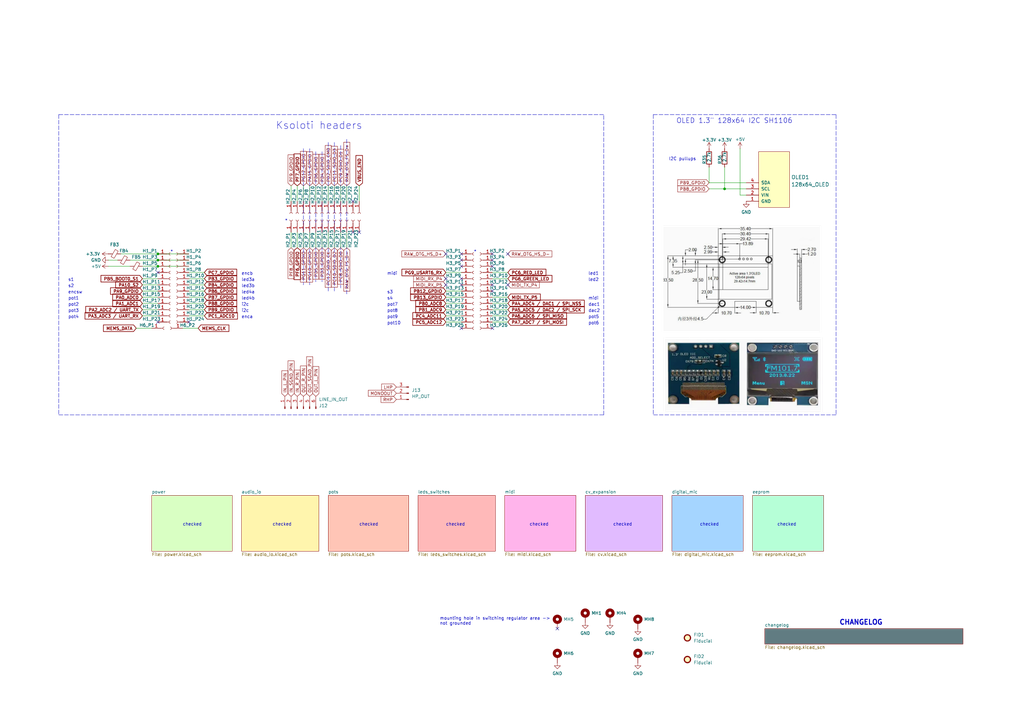
<source format=kicad_sch>
(kicad_sch (version 20250114) (generator "eeschema") (generator_version "9.0")
  (paper "A3")
  (title_block (title "https://github.com/ksoloti/ksoloti-gills") (date "2025-11-19") (rev "v0.6"))
  (text "checked" (at 74.93 215.9 0) (effects (font (size 1.27 1.27)) (justify left bottom)))
  (text "dac2" (at 241.3 128.27 0) (effects (font (size 1.27 1.27)) (justify left bottom)))
  (text "i2c" (at 99.06 128.27 0) (effects (font (size 1.27 1.27)) (justify left bottom)))
  (text "*" (at 69.85 104.14 0) (effects (font (size 1.27 1.27)) (justify left bottom)))
  (text "led2" (at 241.3 115.57 0) (effects (font (size 1.27 1.27)) (justify left bottom)))
  (text "led3a" (at 99.06 115.57 0) (effects (font (size 1.27 1.27)) (justify left bottom)))
  (text "led3b" (at 99.06 118.11 0) (effects (font (size 1.27 1.27)) (justify left bottom)))
  (text "mounting hole in switching regulator area ->\nnot grounded" (at 180.34 256.54 0) (effects (font (size 1.27 1.27)) (justify left bottom)))
  (text "led1" (at 241.3 113.03 0) (effects (font (size 1.27 1.27)) (justify left bottom)))
  (text "encb" (at 99.06 113.03 0) (effects (font (size 1.27 1.27)) (justify left bottom)))
  (text "pot10" (at 158.75 133.35 0) (effects (font (size 1.27 1.27)) (justify left bottom)))
  (text "encsw" (at 27.94 120.65 0) (effects (font (size 1.27 1.27)) (justify left bottom)))
  (text "midi" (at 158.75 113.03 0) (effects (font (size 1.27 1.27)) (justify left bottom)))
  (text "checked" (at 287.02 215.9 0) (effects (font (size 1.27 1.27)) (justify left bottom)))
  (text "pot5" (at 241.3 130.81 0) (effects (font (size 1.27 1.27)) (justify left bottom)))
  (text "pot1" (at 27.94 123.19 0) (effects (font (size 1.27 1.27)) (justify left bottom)))
  (text "OLED 1.3\" 128x64 I2C SH1106" (at 277.368 50.8 0) (effects (font (size 2 2)) (justify left bottom)))
  (text "s1" (at 27.94 115.57 0) (effects (font (size 1.27 1.27)) (justify left bottom)))
  (text "s3" (at 158.75 120.65 0) (effects (font (size 1.27 1.27)) (justify left bottom)))
  (text "pot8" (at 158.75 128.27 0) (effects (font (size 1.27 1.27)) (justify left bottom)))
  (text "*" (at 116.84 91.44 0) (effects (font (size 1.27 1.27)) (justify left bottom)))
  (text "I2C pullups" (at 274.32 66.04 0) (effects (font (size 1.27 1.27)) (justify left bottom)))
  (text "checked" (at 182.88 215.9 0) (effects (font (size 1.27 1.27)) (justify left bottom)))
  (text "s2" (at 27.94 118.11 0) (effects (font (size 1.27 1.27)) (justify left bottom)))
  (text "Ksoloti headers" (at 113.03 53.34 0) (effects (font (size 3 3)) (justify left bottom)))
  (text "pot2" (at 27.94 125.73 0) (effects (font (size 1.27 1.27)) (justify left bottom)))
  (text "checked" (at 217.17 215.9 0) (effects (font (size 1.27 1.27)) (justify left bottom)))
  (text "checked" (at 251.46 215.9 0) (effects (font (size 1.27 1.27)) (justify left bottom)))
  (text "CHANGELOG" (at 344.17 256.54 0) (effects (font (size 2 2) (thickness 0.4) (bold yes)) (justify left bottom)))
  (text "led4b" (at 99.06 123.19 0) (effects (font (size 1.27 1.27)) (justify left bottom)))
  (text "pot7" (at 158.75 125.73 0) (effects (font (size 1.27 1.27)) (justify left bottom)))
  (text "midi" (at 241.3 123.19 0) (effects (font (size 1.27 1.27)) (justify left bottom)))
  (text "i2c" (at 99.06 125.73 0) (effects (font (size 1.27 1.27)) (justify left bottom)))
  (text "led4a" (at 99.06 120.65 0) (effects (font (size 1.27 1.27)) (justify left bottom)))
  (text "checked" (at 147.32 215.9 0) (effects (font (size 1.27 1.27)) (justify left bottom)))
  (text "checked" (at 318.77 215.9 0) (effects (font (size 1.27 1.27)) (justify left bottom)))
  (text "pot6" (at 241.3 133.35 0) (effects (font (size 1.27 1.27)) (justify left bottom)))
  (text "enca" (at 99.06 130.81 0) (effects (font (size 1.27 1.27)) (justify left bottom)))
  (text "pot3" (at 27.94 128.27 0) (effects (font (size 1.27 1.27)) (justify left bottom)))
  (text "pot4" (at 27.94 130.81 0) (effects (font (size 1.27 1.27)) (justify left bottom)))
  (text "s4" (at 158.75 123.19 0) (effects (font (size 1.27 1.27)) (justify left bottom)))
  (text "*" (at 194.31 104.14 0) (effects (font (size 1.27 1.27)) (justify left bottom)))
  (text "pot9" (at 158.75 130.81 0) (effects (font (size 1.27 1.27)) (justify left bottom)))
  (text "checked" (at 111.76 215.9 0) (effects (font (size 1.27 1.27)) (justify left bottom)))
  (text "dac1" (at 241.3 125.73 0) (effects (font (size 1.27 1.27)) (justify left bottom)))
  (junction (at 297.18 77.47))
  (junction (at 64.77 106.68))
  (junction (at 64.77 109.22))
  (junction (at 64.77 104.14))
  (no_connect (at 201.93 104.14))
  (no_connect (at 228.6 257.81))
  (no_connect (at 77.47 132.08))
  (no_connect (at 201.93 119.38))
  (no_connect (at 189.23 104.14))
  (no_connect (at 182.88 104.14))
  (no_connect (at 201.93 134.62))
  (no_connect (at 147.32 95.25))
  (no_connect (at 182.88 116.84))
  (no_connect (at 189.23 134.62))
  (no_connect (at 208.28 116.84))
  (no_connect (at 144.78 82.55))
  (no_connect (at 201.93 109.22))
  (no_connect (at 189.23 116.84))
  (no_connect (at 201.93 116.84))
  (no_connect (at 208.28 104.14))
  (no_connect (at 64.77 111.76))
  (no_connect (at 182.88 114.3))
  (no_connect (at 201.93 106.68))
  (no_connect (at 189.23 106.68))
  (no_connect (at 189.23 109.22))
  (no_connect (at 189.23 114.3))
  (no_connect (at 144.78 95.25))
  (no_connect (at 64.77 132.08))
  (polyline (pts (xy 247.65 170.18) (xy 247.65 46.99)) (stroke (width 0) (type dash)))
  (polyline (pts (xy 137.16 58.42) (xy 137.16 119.38)) (stroke (width 0) (type dash)))
  (wire (pts (xy 55.88 134.62) (xy 62.23 134.62)))
  (wire (pts (xy 208.28 111.76) (xy 201.93 111.76)))
  (wire (pts (xy 121.92 76.2) (xy 121.92 82.55)))
  (wire (pts (xy 182.88 121.92) (xy 189.23 121.92)))
  (wire (pts (xy 127 76.2) (xy 127 82.55)))
  (wire (pts (xy 119.38 101.6) (xy 119.38 95.25)))
  (wire (pts (xy 134.62 76.2) (xy 134.62 82.55)))
  (wire (pts (xy 134.62 101.6) (xy 134.62 95.25)))
  (wire (pts (xy 208.28 114.3) (xy 201.93 114.3)))
  (wire (pts (xy 124.46 101.6) (xy 124.46 95.25)))
  (wire (pts (xy 208.28 129.54) (xy 201.93 129.54)))
  (wire (pts (xy 290.83 68.58) (xy 290.83 74.93)))
  (wire (pts (xy 44.45 109.22) (xy 53.34 109.22)))
  (wire (pts (xy 137.16 101.6) (xy 137.16 95.25)))
  (wire (pts (xy 142.24 95.25) (xy 142.24 101.6)))
  (wire (pts (xy 48.26 106.68) (xy 44.45 106.68)))
  (polyline (pts (xy 142.24 57.15) (xy 142.24 120.65)) (stroke (width 0) (type dash)))
  (wire (pts (xy 58.42 119.38) (xy 64.77 119.38)))
  (wire (pts (xy 132.08 101.6) (xy 132.08 95.25)))
  (wire (pts (xy 139.7 76.2) (xy 139.7 82.55)))
  (polyline (pts (xy 129.54 62.23) (xy 129.54 115.57)) (stroke (width 0) (type dash)))
  (wire (pts (xy 74.93 134.62) (xy 81.28 134.62)))
  (wire (pts (xy 119.38 76.2) (xy 119.38 82.55)))
  (wire (pts (xy 129.54 101.6) (xy 129.54 95.25)))
  (wire (pts (xy 49.53 104.14) (xy 64.77 104.14)))
  (wire (pts (xy 189.23 119.38) (xy 182.88 119.38)))
  (wire (pts (xy 64.77 109.22) (xy 77.47 109.22)))
  (polyline (pts (xy 124.46 60.96) (xy 124.46 116.84)) (stroke (width 0) (type dash)))
  (wire (pts (xy 58.42 121.92) (xy 64.77 121.92)))
  (wire (pts (xy 77.47 111.76) (xy 83.82 111.76)))
  (wire (pts (xy 208.28 127) (xy 201.93 127)))
  (wire (pts (xy 139.7 101.6) (xy 139.7 95.25)))
  (wire (pts (xy 208.28 124.46) (xy 201.93 124.46)))
  (polyline (pts (xy 267.97 46.99) (xy 342.9 46.99)) (stroke (width 0) (type dash)))
  (polyline (pts (xy 132.08 62.23) (xy 132.08 115.57)) (stroke (width 0) (type dash)))
  (wire (pts (xy 129.54 76.2) (xy 129.54 82.55)))
  (wire (pts (xy 208.28 132.08) (xy 201.93 132.08)))
  (wire (pts (xy 182.88 132.08) (xy 189.23 132.08)))
  (wire (pts (xy 182.88 124.46) (xy 189.23 124.46)))
  (wire (pts (xy 77.47 124.46) (xy 83.82 124.46)))
  (polyline (pts (xy 267.97 46.99) (xy 267.97 170.18)) (stroke (width 0) (type dash)))
  (wire (pts (xy 64.77 104.14) (xy 77.47 104.14)))
  (wire (pts (xy 182.88 129.54) (xy 189.23 129.54)))
  (wire (pts (xy 77.47 114.3) (xy 83.82 114.3)))
  (wire (pts (xy 121.92 101.6) (xy 121.92 95.25)))
  (wire (pts (xy 77.47 127) (xy 83.82 127)))
  (wire (pts (xy 58.42 109.22) (xy 64.77 109.22)))
  (wire (pts (xy 77.47 129.54) (xy 83.82 129.54)))
  (wire (pts (xy 137.16 76.2) (xy 137.16 82.55)))
  (wire (pts (xy 303.53 80.01) (xy 306.07 80.01)))
  (wire (pts (xy 142.24 82.55) (xy 142.24 76.2)))
  (wire (pts (xy 58.42 127) (xy 64.77 127)))
  (polyline (pts (xy 24.13 46.99) (xy 247.65 46.99)) (stroke (width 0) (type dash)))
  (polyline (pts (xy 127 60.96) (xy 127 116.84)) (stroke (width 0) (type dash)))
  (wire (pts (xy 303.53 60.96) (xy 303.53 80.01)))
  (wire (pts (xy 53.34 106.68) (xy 64.77 106.68)))
  (wire (pts (xy 297.18 77.47) (xy 306.07 77.47)))
  (wire (pts (xy 64.77 106.68) (xy 77.47 106.68)))
  (wire (pts (xy 58.42 114.3) (xy 64.77 114.3)))
  (wire (pts (xy 297.18 68.58) (xy 297.18 77.47)))
  (wire (pts (xy 58.42 129.54) (xy 64.77 129.54)))
  (wire (pts (xy 127 101.6) (xy 127 95.25)))
  (wire (pts (xy 147.32 76.2) (xy 147.32 82.55)))
  (wire (pts (xy 132.08 76.2) (xy 132.08 82.55)))
  (polyline (pts (xy 24.13 46.99) (xy 24.13 170.18)) (stroke (width 0) (type dash)))
  (polyline (pts (xy 134.62 58.42) (xy 134.62 119.38)) (stroke (width 0) (type dash)))
  (polyline (pts (xy 24.13 170.18) (xy 247.65 170.18)) (stroke (width 0) (type dash)))
  (wire (pts (xy 77.47 121.92) (xy 83.82 121.92)))
  (wire (pts (xy 77.47 116.84) (xy 83.82 116.84)))
  (wire (pts (xy 124.46 76.2) (xy 124.46 82.55)))
  (polyline (pts (xy 342.9 46.99) (xy 342.9 170.18)) (stroke (width 0) (type dash)))
  (wire (pts (xy 58.42 116.84) (xy 64.77 116.84)))
  (polyline (pts (xy 342.9 170.18) (xy 267.97 170.18)) (stroke (width 0) (type dash)))
  (polyline (pts (xy 139.7 59.69) (xy 139.7 118.11)) (stroke (width 0) (type dash)))
  (wire (pts (xy 297.18 77.47) (xy 290.83 77.47)))
  (wire (pts (xy 182.88 127) (xy 189.23 127)))
  (wire (pts (xy 208.28 121.92) (xy 201.93 121.92)))
  (wire (pts (xy 290.83 74.93) (xy 306.07 74.93)))
  (wire (pts (xy 182.88 111.76) (xy 189.23 111.76)))
  (wire (pts (xy 58.42 124.46) (xy 64.77 124.46)))
  (wire (pts (xy 77.47 119.38) (xy 83.82 119.38)))
  (image (at 304.165 114.3) (scale 0.5))
  (image (at 304.8 153.67) (scale 0.5))
  (global_label "MEMS_CLK" (shape input) (at 81.28 134.62 0) (effects (font (thickness 0.254) (bold yes))) (property "Intersheetrefs" "${INTERSHEET_REFS}" (effects (hide yes))))
  (global_label "IN_SGND_PIN" (shape input) (at 119.38 162.56 90) (property "Intersheetrefs" "${INTERSHEET_REFS}" (effects (hide yes))))
  (global_label "PD4_GPDIO" (shape input) (at 132.08 76.2 90) (property "Intersheetrefs" "${INTERSHEET_REFS}" (effects (hide yes))))
  (global_label "PF7_GPDIO" (shape input) (at 121.92 76.2 90) (effects (font (thickness 0.254) (bold yes))) (property "Intersheetrefs" "${INTERSHEET_REFS}" (effects (hide yes))))
  (global_label "RAW_OTG_FS_D-" (shape input) (at 142.24 101.6 270) (property "Intersheetrefs" "${INTERSHEET_REFS}" (effects (hide yes))))
  (global_label "PC12_SDIO_CK" (shape input) (at 134.62 101.6 270) (property "Intersheetrefs" "${INTERSHEET_REFS}" (effects (hide yes))))
  (global_label "MIDI_RX_P4" (shape input) (at 182.88 114.3 180) (property "Intersheetrefs" "${INTERSHEET_REFS}" (effects (hide yes))))
  (global_label "MIDI_TX_P5" (shape input) (at 208.28 121.92 0) (effects (font (thickness 0.254) (bold yes))) (property "Intersheetrefs" "${INTERSHEET_REFS}" (effects (hide yes))))
  (global_label "PB12_GPDIO" (shape input) (at 182.88 119.38 180) (effects (font (thickness 0.254) (bold yes))) (property "Intersheetrefs" "${INTERSHEET_REFS}" (effects (hide yes))))
  (global_label "RAW_OTG_HS_D+" (shape input) (at 182.88 104.14 180) (property "Intersheetrefs" "${INTERSHEET_REFS}" (effects (hide yes))))
  (global_label "MIDI_RX_P5" (shape input) (at 182.88 116.84 180) (property "Intersheetrefs" "${INTERSHEET_REFS}" (effects (hide yes))))
  (global_label "PC11_SDIO_D3" (shape input) (at 137.16 76.2 90) (property "Intersheetrefs" "${INTERSHEET_REFS}" (effects (hide yes))))
  (global_label "VBUS_END" (shape input) (at 147.32 76.2 90) (effects (font (thickness 0.254) (bold yes))) (property "Intersheetrefs" "${INTERSHEET_REFS}" (effects (hide yes))))
  (global_label "PC10_SDIO_D2" (shape input) (at 137.16 101.6 270) (property "Intersheetrefs" "${INTERSHEET_REFS}" (effects (hide yes))))
  (global_label "PA1_ADC1" (shape input) (at 58.42 124.46 180) (effects (font (thickness 0.254) (bold yes))) (property "Intersheetrefs" "${INTERSHEET_REFS}" (effects (hide yes))))
  (global_label "PF8_GPDIO" (shape input) (at 119.38 101.6 270) (property "Intersheetrefs" "${INTERSHEET_REFS}" (effects (hide yes))))
  (global_label "MIDI_TX_P4" (shape input) (at 208.28 116.84 0) (property "Intersheetrefs" "${INTERSHEET_REFS}" (effects (hide yes))))
  (global_label "PB8_GPDIO" (shape input) (at 83.82 124.46 0) (effects (font (thickness 0.254) (bold yes))) (property "Intersheetrefs" "${INTERSHEET_REFS}" (effects (hide yes))))
  (global_label "PB9_GPDIO" (shape input) (at 290.83 74.93 180) (property "Intersheetrefs" "${INTERSHEET_REFS}" (effects (hide yes))))
  (global_label "PC9_SDIO_D1" (shape input) (at 139.7 76.2 90) (property "Intersheetrefs" "${INTERSHEET_REFS}" (effects (hide yes))))
  (global_label "PA4_ADC4 {slash} DAC1 {slash} SPI_NSS" (shape input) (at 208.28 124.46 0) (effects (font (thickness 0.254) (bold yes))) (property "Intersheetrefs" "${INTERSHEET_REFS}" (effects (hide yes))))
  (global_label "PA10_S2" (shape input) (at 58.42 116.84 180) (effects (font (thickness 0.254) (bold yes))) (property "Intersheetrefs" "${INTERSHEET_REFS}" (effects (hide yes))))
  (global_label "PB6_GPDIO" (shape input) (at 83.82 119.38 0) (effects (font (thickness 0.254) (bold yes))) (property "Intersheetrefs" "${INTERSHEET_REFS}" (effects (hide yes))))
  (global_label "OUT_R_PIN" (shape input) (at 124.46 162.56 90) (property "Intersheetrefs" "${INTERSHEET_REFS}" (effects (hide yes))))
  (global_label "PF9_GPDIO" (shape input) (at 119.38 76.2 90) (property "Intersheetrefs" "${INTERSHEET_REFS}" (effects (hide yes))))
  (global_label "PB8_GPDIO" (shape input) (at 290.83 77.47 180) (property "Intersheetrefs" "${INTERSHEET_REFS}" (effects (hide yes))))
  (global_label "PF6_GPDIO" (shape input) (at 121.92 101.6 270) (effects (font (thickness 0.254) (bold yes))) (property "Intersheetrefs" "${INTERSHEET_REFS}" (effects (hide yes))))
  (global_label "PB1_ADC9" (shape input) (at 182.88 127 180) (effects (font (thickness 0.254) (bold yes))) (property "Intersheetrefs" "${INTERSHEET_REFS}" (effects (hide yes))))
  (global_label "PG11_GPDIO" (shape input) (at 124.46 101.6 270) (property "Intersheetrefs" "${INTERSHEET_REFS}" (effects (hide yes))))
  (global_label "PD3_GPDIO" (shape input) (at 132.08 101.6 270) (property "Intersheetrefs" "${INTERSHEET_REFS}" (effects (hide yes))))
  (global_label "PD6_GPDIO" (shape input) (at 129.54 76.2 90) (property "Intersheetrefs" "${INTERSHEET_REFS}" (effects (hide yes))))
  (global_label "RAW_OTG_FS_D+" (shape input) (at 142.24 76.2 90) (property "Intersheetrefs" "${INTERSHEET_REFS}" (effects (hide yes))))
  (global_label "PC5_ADC12" (shape input) (at 182.88 132.08 180) (effects (font (thickness 0.254) (bold yes))) (property "Intersheetrefs" "${INTERSHEET_REFS}" (effects (hide yes))))
  (global_label "PC7_GPDIO" (shape input) (at 83.82 111.76 0) (effects (font (thickness 0.254) (bold yes))) (property "Intersheetrefs" "${INTERSHEET_REFS}" (effects (hide yes))))
  (global_label "PG6_GREEN_LED" (shape input) (at 208.28 114.3 0) (effects (font (thickness 0.254) (bold yes))) (property "Intersheetrefs" "${INTERSHEET_REFS}" (effects (hide yes))))
  (global_label "PA0_ADC0" (shape input) (at 58.42 121.92 180) (effects (font (thickness 0.254) (bold yes))) (property "Intersheetrefs" "${INTERSHEET_REFS}" (effects (hide yes))))
  (global_label "OUT_SGND_PIN" (shape input) (at 127 162.56 90) (property "Intersheetrefs" "${INTERSHEET_REFS}" (effects (hide yes))))
  (global_label "PC8_SDIO_D0" (shape input) (at 139.7 101.6 270) (property "Intersheetrefs" "${INTERSHEET_REFS}" (effects (hide yes))))
  (global_label "RHP" (shape input) (at 162.56 163.83 180) (property "Intersheetrefs" "${INTERSHEET_REFS}" (effects (hide yes))))
  (global_label "PD5_GPDIO" (shape input) (at 129.54 101.6 270) (property "Intersheetrefs" "${INTERSHEET_REFS}" (effects (hide yes))))
  (global_label "PD2_SDIO_CMD" (shape input) (at 134.62 76.2 90) (property "Intersheetrefs" "${INTERSHEET_REFS}" (effects (hide yes))))
  (global_label "RAW_OTG_HS_D-" (shape input) (at 208.28 104.14 0) (property "Intersheetrefs" "${INTERSHEET_REFS}" (effects (hide yes))))
  (global_label "PG9_USART6_RX" (shape input) (at 182.88 111.76 180) (effects (font (thickness 0.254) (bold yes))) (property "Intersheetrefs" "${INTERSHEET_REFS}" (effects (hide yes))))
  (global_label "MONOOUT" (shape input) (at 162.56 161.29 180) (property "Intersheetrefs" "${INTERSHEET_REFS}" (effects (hide yes))))
  (global_label "PA3_ADC3 {slash} UART_RX" (shape input) (at 58.42 129.54 180) (effects (font (thickness 0.254) (bold yes))) (property "Intersheetrefs" "${INTERSHEET_REFS}" (effects (hide yes))))
  (global_label "LHP" (shape input) (at 162.56 158.75 180) (property "Intersheetrefs" "${INTERSHEET_REFS}" (effects (hide yes))))
  (global_label "PA2_ADC2 {slash} UART_TX" (shape input) (at 58.42 127 180) (effects (font (thickness 0.254) (bold yes))) (property "Intersheetrefs" "${INTERSHEET_REFS}" (effects (hide yes))))
  (global_label "PC1_ADC10" (shape input) (at 83.82 129.54 0) (effects (font (thickness 0.254) (bold yes))) (property "Intersheetrefs" "${INTERSHEET_REFS}" (effects (hide yes))))
  (global_label "PB3_GPDIO" (shape input) (at 83.82 114.3 0) (effects (font (thickness 0.254) (bold yes))) (property "Intersheetrefs" "${INTERSHEET_REFS}" (effects (hide yes))))
  (global_label "IN_L_PIN" (shape input) (at 116.84 162.56 90) (property "Intersheetrefs" "${INTERSHEET_REFS}" (effects (hide yes))))
  (global_label "PB9_GPDIO" (shape input) (at 83.82 127 0) (effects (font (thickness 0.254) (bold yes))) (property "Intersheetrefs" "${INTERSHEET_REFS}" (effects (hide yes))))
  (global_label "OUT_L_PIN" (shape input) (at 129.54 162.56 90) (property "Intersheetrefs" "${INTERSHEET_REFS}" (effects (hide yes))))
  (global_label "PB13_GPDIO" (shape input) (at 182.88 121.92 180) (effects (font (thickness 0.254) (bold yes))) (property "Intersheetrefs" "${INTERSHEET_REFS}" (effects (hide yes))))
  (global_label "PB4_GPDIO" (shape input) (at 83.82 116.84 0) (effects (font (thickness 0.254) (bold yes))) (property "Intersheetrefs" "${INTERSHEET_REFS}" (effects (hide yes))))
  (global_label "PA5_ADC5 {slash} DAC2 {slash} SPI_SCK" (shape input) (at 208.28 127 0) (effects (font (thickness 0.254) (bold yes))) (property "Intersheetrefs" "${INTERSHEET_REFS}" (effects (hide yes))))
  (global_label "PB0_ADC8" (shape input) (at 182.88 124.46 180) (effects (font (thickness 0.254) (bold yes))) (property "Intersheetrefs" "${INTERSHEET_REFS}" (effects (hide yes))))
  (global_label "MEMS_DATA" (shape input) (at 55.88 134.62 180) (effects (font (thickness 0.254) (bold yes))) (property "Intersheetrefs" "${INTERSHEET_REFS}" (effects (hide yes))))
  (global_label "PC6_RED_LED" (shape input) (at 208.28 111.76 0) (effects (font (thickness 0.254) (bold yes))) (property "Intersheetrefs" "${INTERSHEET_REFS}" (effects (hide yes))))
  (global_label "PA7_ADC7 {slash} SPI_MOSI" (shape input) (at 208.28 132.08 0) (effects (font (thickness 0.254) (bold yes))) (property "Intersheetrefs" "${INTERSHEET_REFS}" (effects (hide yes))))
  (global_label "PB5_BOOT0_S1" (shape input) (at 58.42 114.3 180) (effects (font (thickness 0.254) (bold yes))) (property "Intersheetrefs" "${INTERSHEET_REFS}" (effects (hide yes))))
  (global_label "IN_R_PIN" (shape input) (at 121.92 162.56 90) (property "Intersheetrefs" "${INTERSHEET_REFS}" (effects (hide yes))))
  (global_label "PG10_GPDIO" (shape input) (at 127 101.6 270) (property "Intersheetrefs" "${INTERSHEET_REFS}" (effects (hide yes))))
  (global_label "PB7_GPDIO" (shape input) (at 83.82 121.92 0) (effects (font (thickness 0.254) (bold yes))) (property "Intersheetrefs" "${INTERSHEET_REFS}" (effects (hide yes))))
  (global_label "PG12_GPDIO" (shape input) (at 124.46 76.2 90) (property "Intersheetrefs" "${INTERSHEET_REFS}" (effects (hide yes))))
  (global_label "PC4_ADC11" (shape input) (at 182.88 129.54 180) (effects (font (thickness 0.254) (bold yes))) (property "Intersheetrefs" "${INTERSHEET_REFS}" (effects (hide yes))))
  (global_label "PA15_GPDIO" (shape input) (at 127 76.2 90) (property "Intersheetrefs" "${INTERSHEET_REFS}" (effects (hide yes))))
  (global_label "PA9_GPDIO" (shape input) (at 58.42 119.38 180) (effects (font (thickness 0.254) (bold yes))) (property "Intersheetrefs" "${INTERSHEET_REFS}" (effects (hide yes))))
  (global_label "PA6_ADC6 {slash} SPI_MISO" (shape input) (at 208.28 129.54 0) (effects (font (thickness 0.254) (bold yes))) (property "Intersheetrefs" "${INTERSHEET_REFS}" (effects (hide yes))))
  (symbol (lib_id "Mechanical:MountingHole_Pad") (at 228.6 255.27 0) (unit 1)
    (property "Reference" "MH5" (at 231.14 253.9999 0) (effects (justify left)))
    (property "Value" "MountingHole" (effects (hide yes)))
    (property "Footprint" "Library:MountingHole_3.2mm_M3_Pad_Via_tight" (effects (hide yes)))
    (property "Description" "Mounting Hole with connection" (effects (hide yes)))
  )
  (symbol (lib_id "power:+3.3V") (at 290.83 60.96 0) (unit 1)
    (property "Reference" "#PWR05" (effects (hide yes)))
    (property "Value" "+3.3V" (at 290.83 57.3842 0))
    (property "Description" "Power symbol creates a global label with name \"+3.3V\"" (effects (hide yes)))
  )
  (symbol (lib_id "Connector:Conn_01x01_Socket") (at 69.85 119.38 0) (unit 1)
    (property "Reference" "H1_P13" (at 58.42 118.11 0) (effects (justify left)))
    (property "Value" "Conn_01x01_Female" (effects (hide yes)))
    (property "Footprint" "Library:PinSocket_1x01_P2.54mm_Vertical_smcrt_round" (effects (hide yes)))
    (property "Description" "Generic connector, single row, 01x01, script generated" (effects (hide yes)))
  )
  (symbol (lib_id "power:GND") (at 240.03 255.27 0) (unit 1)
    (property "Reference" "#PWR01" (effects (hide yes)))
    (property "Value" "GND" (at 240.03 259.7134 0))
    (property "Description" "Power symbol creates a global label with name \"GND\" , ground" (effects (hide yes)))
  )
  (symbol (lib_id "Connector:Conn_01x01_Socket") (at 194.31 134.62 0) (unit 1) (in_bom no) (on_board no)
    (property "Reference" "H3_P25" (at 182.88 133.35 0) (effects (justify left)))
    (property "Value" "Conn_01x01_Female" (effects (hide yes)))
    (property "Footprint" "Library:PinHeader_1x01_P2.54mm_Vertical_smcrt_round" (effects (hide yes)))
    (property "Description" "Generic connector, single row, 01x01, script generated" (effects (hide yes)))
  )
  (symbol (lib_id "Connector:Conn_01x01_Socket") (at 194.31 129.54 0) (unit 1)
    (property "Reference" "H3_P21" (at 182.88 128.27 0) (effects (justify left)))
    (property "Value" "Conn_01x01_Female" (effects (hide yes)))
    (property "Footprint" "Library:PinSocket_1x01_P2.54mm_Vertical_smcrt_round" (effects (hide yes)))
    (property "Description" "Generic connector, single row, 01x01, script generated" (effects (hide yes)))
  )
  (symbol (lib_id "Connector:Conn_01x06_Pin") (at 121.92 167.64 90) (unit 1)
    (property "Reference" "J12" (at 130.81 166.37 90) (effects (justify right)))
    (property "Value" "LINE_IN_OUT" (at 130.81 163.83 90) (effects (justify right)))
    (property "Footprint" "Connector_PinSocket_2.54mm:PinSocket_1x06_P2.54mm_Vertical" (effects (hide yes)))
    (property "Description" "Generic connector, single row, 01x06, script generated" (effects (hide yes)))
  )
  (symbol (lib_id "Connector:Conn_01x01_Socket") (at 72.39 129.54 0) (mirror y) (unit 1)
    (property "Reference" "H1_P22" (at 83.82 128.27 0) (effects (justify left)))
    (property "Value" "Conn_01x01_Female" (effects (hide yes)))
    (property "Footprint" "Library:PinSocket_1x01_P2.54mm_Vertical_smcrt_round" (effects (hide yes)))
    (property "Description" "Generic connector, single row, 01x01, script generated" (effects (hide yes)))
  )
  (symbol (lib_id "Connector:Conn_01x01_Socket") (at 139.7 87.63 270) (unit 1) (in_bom no) (on_board no)
    (property "Reference" "H2_P18" (at 138.43 76.2 0) (effects (justify left)))
    (property "Value" "Conn_01x01_Female" (effects (hide yes)))
    (property "Footprint" "Library:PinHeader_1x01_P2.54mm_Vertical_smcrt_round" (effects (hide yes)))
    (property "Description" "Generic connector, single row, 01x01, script generated" (effects (hide yes)))
  )
  (symbol (lib_id "Connector:Conn_01x01_Socket") (at 129.54 90.17 90) (unit 1) (in_bom no) (on_board no)
    (property "Reference" "H2_P9" (at 128.27 101.6 0) (effects (justify left)))
    (property "Value" "Conn_01x01_Female" (effects (hide yes)))
    (property "Footprint" "Library:PinHeader_1x01_P2.54mm_Vertical_smcrt_round" (effects (hide yes)))
    (property "Description" "Generic connector, single row, 01x01, script generated" (effects (hide yes)))
  )
  (symbol (lib_id "Connector:Conn_01x01_Socket") (at 194.31 119.38 0) (unit 1)
    (property "Reference" "H3_P13" (at 182.88 118.11 0) (effects (justify left)))
    (property "Value" "Conn_01x01_Female" (effects (hide yes)))
    (property "Footprint" "Library:PinSocket_1x01_P2.54mm_Vertical_smcrt_round" (effects (hide yes)))
    (property "Description" "Generic connector, single row, 01x01, script generated" (effects (hide yes)))
  )
  (symbol (lib_id "power:GND") (at 261.62 257.81 0) (unit 1)
    (property "Reference" "#PWR0106" (effects (hide yes)))
    (property "Value" "GND" (at 261.62 262.2534 0))
    (property "Description" "Power symbol creates a global label with name \"GND\" , ground" (effects (hide yes)))
  )
  (symbol (lib_id "Connector:Conn_01x01_Socket") (at 69.85 104.14 0) (unit 1)
    (property "Reference" "H1_P1" (at 58.42 102.87 0) (effects (justify left)))
    (property "Value" "Conn_01x01_Female" (effects (hide yes)))
    (property "Footprint" "Library:PinSocket_1x01_P2.54mm_Vertical_smcrt_sqr" (effects (hide yes)))
    (property "Description" "Generic connector, single row, 01x01, script generated" (effects (hide yes)))
  )
  (symbol (lib_id "power:GND") (at 250.19 255.27 0) (unit 1)
    (property "Reference" "#PWR046" (effects (hide yes)))
    (property "Value" "GND" (at 250.19 259.7134 0))
    (property "Description" "Power symbol creates a global label with name \"GND\" , ground" (effects (hide yes)))
  )
  (symbol (lib_id "Connector:Conn_01x01_Socket") (at 196.85 127 0) (mirror y) (unit 1)
    (property "Reference" "H3_P20" (at 208.28 125.73 0) (effects (justify left)))
    (property "Value" "Conn_01x01_Female" (effects (hide yes)))
    (property "Footprint" "Library:PinSocket_1x01_P2.54mm_Vertical_smcrt_round" (effects (hide yes)))
    (property "Description" "Generic connector, single row, 01x01, script generated" (effects (hide yes)))
  )
  (symbol (lib_id "Connector:Conn_01x01_Socket") (at 147.32 87.63 270) (unit 1)
    (property "Reference" "H2_P24" (at 146.05 76.2 0) (effects (justify left)))
    (property "Value" "Conn_01x01_Female" (effects (hide yes)))
    (property "Footprint" "Library:PinSocket_1x01_P2.54mm_Vertical_smcrt_round" (effects (hide yes)))
    (property "Description" "Generic connector, single row, 01x01, script generated" (effects (hide yes)))
  )
  (symbol (lib_id "Connector:Conn_01x01_Socket") (at 121.92 90.17 90) (unit 1)
    (property "Reference" "H2_P3" (at 120.65 101.6 0) (effects (justify left)))
    (property "Value" "Conn_01x01_Female" (effects (hide yes)))
    (property "Footprint" "Library:PinSocket_1x01_P2.54mm_Vertical_smcrt_round" (effects (hide yes)))
    (property "Description" "Generic connector, single row, 01x01, script generated" (effects (hide yes)))
  )
  (symbol (lib_id "Connector:Conn_01x01_Socket") (at 132.08 90.17 90) (unit 1) (in_bom no) (on_board no)
    (property "Reference" "H2_P11" (at 130.81 101.6 0) (effects (justify left)))
    (property "Value" "Conn_01x01_Female" (effects (hide yes)))
    (property "Footprint" "Library:PinHeader_1x01_P2.54mm_Vertical_smcrt_round" (effects (hide yes)))
    (property "Description" "Generic connector, single row, 01x01, script generated" (effects (hide yes)))
  )
  (symbol (lib_id "Device:R") (at 297.18 64.77 180) (unit 1)
    (property "Reference" "R36" (at 295.275 63.5 90) (effects (justify left)))
    (property "Value" "2.7k" (at 297.18 62.23 90) (effects (justify left)))
    (property "Footprint" "Resistor_SMD:R_0603_1608Metric" (effects (hide yes)))
    (property "Description" "Resistor" (effects (hide yes)))
  )
  (symbol (lib_id "Connector:Conn_01x01_Socket") (at 127 90.17 90) (unit 1) (in_bom no) (on_board no)
    (property "Reference" "H2_P7" (at 125.73 101.6 0) (effects (justify left)))
    (property "Value" "Conn_01x01_Female" (effects (hide yes)))
    (property "Footprint" "Library:PinHeader_1x01_P2.54mm_Vertical_smcrt_round" (effects (hide yes)))
    (property "Description" "Generic connector, single row, 01x01, script generated" (effects (hide yes)))
  )
  (symbol (lib_id "Connector:Conn_01x01_Socket") (at 121.92 87.63 270) (unit 1)
    (property "Reference" "H2_P4" (at 120.65 77.47 0) (effects (justify left)))
    (property "Value" "Conn_01x01_Female" (effects (hide yes)))
    (property "Footprint" "Library:PinSocket_1x01_P2.54mm_Vertical_smcrt_round" (effects (hide yes)))
    (property "Description" "Generic connector, single row, 01x01, script generated" (effects (hide yes)))
  )
  (symbol (lib_id "Connector:Conn_01x01_Socket") (at 119.38 87.63 270) (unit 1)
    (property "Reference" "H2_P2" (at 118.11 77.47 0) (effects (justify left)))
    (property "Value" "Conn_01x01_Female" (effects (hide yes)))
    (property "Footprint" "Library:PinSocket_1x01_P2.54mm_Vertical_smcrt_round" (effects (hide yes)))
    (property "Description" "Generic connector, single row, 01x01, script generated" (effects (hide yes)))
  )
  (symbol (lib_id "Connector:Conn_01x01_Socket") (at 129.54 87.63 270) (unit 1) (in_bom no) (on_board no)
    (property "Reference" "H2_P10" (at 128.27 76.2 0) (effects (justify left)))
    (property "Value" "Conn_01x01_Female" (effects (hide yes)))
    (property "Footprint" "Library:PinHeader_1x01_P2.54mm_Vertical_smcrt_round" (effects (hide yes)))
    (property "Description" "Generic connector, single row, 01x01, script generated" (effects (hide yes)))
  )
  (symbol (lib_id "Connector:Conn_01x01_Socket") (at 196.85 116.84 0) (mirror y) (unit 1)
    (property "Reference" "H3_P12" (at 208.28 115.57 0) (effects (justify left)))
    (property "Value" "Conn_01x01_Female" (effects (hide yes)))
    (property "Footprint" "Library:PinSocket_1x01_P2.54mm_Vertical_smcrt_round" (effects (hide yes)))
    (property "Description" "Generic connector, single row, 01x01, script generated" (effects (hide yes)))
  )
  (symbol (lib_id "Connector:Conn_01x01_Socket") (at 137.16 87.63 270) (unit 1) (in_bom no) (on_board no)
    (property "Reference" "H2_P16" (at 135.89 76.2 0) (effects (justify left)))
    (property "Value" "Conn_01x01_Female" (effects (hide yes)))
    (property "Footprint" "Library:PinHeader_1x01_P2.54mm_Vertical_smcrt_round" (effects (hide yes)))
    (property "Description" "Generic connector, single row, 01x01, script generated" (effects (hide yes)))
  )
  (symbol (lib_id "Connector:Conn_01x01_Socket") (at 69.85 116.84 0) (unit 1)
    (property "Reference" "H1_P11" (at 58.42 115.57 0) (effects (justify left)))
    (property "Value" "Conn_01x01_Female" (effects (hide yes)))
    (property "Footprint" "Library:PinSocket_1x01_P2.54mm_Vertical_smcrt_round" (effects (hide yes)))
    (property "Description" "Generic connector, single row, 01x01, script generated" (effects (hide yes)))
  )
  (symbol (lib_id "Connector:Conn_01x01_Socket") (at 194.31 121.92 0) (unit 1)
    (property "Reference" "H3_P15" (at 182.88 120.65 0) (effects (justify left)))
    (property "Value" "Conn_01x01_Female" (effects (hide yes)))
    (property "Footprint" "Library:PinSocket_1x01_P2.54mm_Vertical_smcrt_round" (effects (hide yes)))
    (property "Description" "Generic connector, single row, 01x01, script generated" (effects (hide yes)))
  )
  (symbol (lib_id "Connector:Conn_01x01_Socket") (at 196.85 129.54 0) (mirror y) (unit 1)
    (property "Reference" "H3_P22" (at 208.28 128.27 0) (effects (justify left)))
    (property "Value" "Conn_01x01_Female" (effects (hide yes)))
    (property "Footprint" "Library:PinSocket_1x01_P2.54mm_Vertical_smcrt_round" (effects (hide yes)))
    (property "Description" "Generic connector, single row, 01x01, script generated" (effects (hide yes)))
  )
  (symbol (lib_id "Connector:Conn_01x01_Socket") (at 194.31 109.22 0) (unit 1)
    (property "Reference" "H3_P5" (at 182.88 107.95 0) (effects (justify left)))
    (property "Value" "Conn_01x01_Female" (effects (hide yes)))
    (property "Footprint" "Library:PinSocket_1x01_P2.54mm_Vertical_smcrt_round" (effects (hide yes)))
    (property "Description" "Generic connector, single row, 01x01, script generated" (effects (hide yes)))
  )
  (symbol (lib_id "New_Library:display_i2c_oled") (at 306.07 82.55 0) (unit 1)
    (property "Reference" "OLED1" (at 324.485 72.6838 0) (effects (font (size 1.524 1.524)) (justify left)))
    (property "Value" "128x64_OLED" (at 324.485 75.6772 0) (effects (font (size 1.524 1.524)) (justify left)))
    (property "Footprint" "Library:128x64OLED_1_3in" (effects (hide yes)))
    (property "LCSC" "-" (effects (hide yes)))
  )
  (symbol (lib_id "Connector:Conn_01x01_Socket") (at 142.24 90.17 90) (unit 1) (in_bom no) (on_board no)
    (property "Reference" "H2_P19" (at 140.97 101.6 0) (effects (justify left)))
    (property "Value" "Conn_01x01_Female" (effects (hide yes)))
    (property "Footprint" "Library:PinHeader_1x01_P2.54mm_Vertical_smcrt_round" (effects (hide yes)))
    (property "Description" "Generic connector, single row, 01x01, script generated" (effects (hide yes)))
  )
  (symbol (lib_id "Connector:Conn_01x01_Socket") (at 196.85 104.14 0) (mirror y) (unit 1)
    (property "Reference" "H3_P2" (at 207.01 102.87 0) (effects (justify left)))
    (property "Value" "Conn_01x01_Female" (effects (hide yes)))
    (property "Footprint" "Library:PinSocket_1x01_P2.54mm_Vertical_smcrt_round" (effects (hide yes)))
    (property "Description" "Generic connector, single row, 01x01, script generated" (effects (hide yes)))
  )
  (symbol (lib_id "Connector:Conn_01x01_Socket") (at 69.85 121.92 0) (unit 1)
    (property "Reference" "H1_P15" (at 58.42 120.65 0) (effects (justify left)))
    (property "Value" "Conn_01x01_Female" (effects (hide yes)))
    (property "Footprint" "Library:PinSocket_1x01_P2.54mm_Vertical_smcrt_round" (effects (hide yes)))
    (property "Description" "Generic connector, single row, 01x01, script generated" (effects (hide yes)))
  )
  (symbol (lib_id "Connector:Conn_01x01_Socket") (at 194.31 132.08 0) (unit 1)
    (property "Reference" "H3_P23" (at 182.88 130.81 0) (effects (justify left)))
    (property "Value" "Conn_01x01_Female" (effects (hide yes)))
    (property "Footprint" "Library:PinSocket_1x01_P2.54mm_Vertical_smcrt_round" (effects (hide yes)))
    (property "Description" "Generic connector, single row, 01x01, script generated" (effects (hide yes)))
  )
  (symbol (lib_id "power:+5V") (at 44.45 109.22 90) (unit 1)
    (property "Reference" "#PWR019" (effects (hide yes)))
    (property "Value" "+5V" (at 39.37 109.22 90))
    (property "Description" "Power symbol creates a global label with name \"+5V\"" (effects (hide yes)))
  )
  (symbol (lib_id "Connector:Conn_01x01_Socket") (at 139.7 90.17 90) (unit 1) (in_bom no) (on_board no)
    (property "Reference" "H2_P17" (at 138.43 101.6 0) (effects (justify left)))
    (property "Value" "Conn_01x01_Female" (effects (hide yes)))
    (property "Footprint" "Library:PinHeader_1x01_P2.54mm_Vertical_smcrt_round" (effects (hide yes)))
    (property "Description" "Generic connector, single row, 01x01, script generated" (effects (hide yes)))
  )
  (symbol (lib_id "Connector:Conn_01x01_Socket") (at 196.85 106.68 0) (mirror y) (unit 1)
    (property "Reference" "H3_P4" (at 207.01 105.41 0) (effects (justify left)))
    (property "Value" "Conn_01x01_Female" (effects (hide yes)))
    (property "Footprint" "Library:PinSocket_1x01_P2.54mm_Vertical_smcrt_round" (effects (hide yes)))
    (property "Description" "Generic connector, single row, 01x01, script generated" (effects (hide yes)))
  )
  (symbol (lib_id "power:+5V") (at 303.53 60.96 0) (unit 1)
    (property "Reference" "#PWR011" (effects (hide yes)))
    (property "Value" "+5V" (at 303.53 57.15 0))
    (property "Description" "Power symbol creates a global label with name \"+5V\"" (effects (hide yes)))
  )
  (symbol (lib_id "Connector:Conn_01x01_Socket") (at 72.39 116.84 0) (mirror y) (unit 1)
    (property "Reference" "H1_P12" (at 83.82 115.57 0) (effects (justify left)))
    (property "Value" "Conn_01x01_Female" (effects (hide yes)))
    (property "Footprint" "Library:PinSocket_1x01_P2.54mm_Vertical_smcrt_round" (effects (hide yes)))
    (property "Description" "Generic connector, single row, 01x01, script generated" (effects (hide yes)))
  )
  (symbol (lib_id "Connector:Conn_01x01_Socket") (at 127 87.63 270) (unit 1) (in_bom no) (on_board no)
    (property "Reference" "H2_P8" (at 125.73 77.47 0) (effects (justify left)))
    (property "Value" "Conn_01x01_Female" (effects (hide yes)))
    (property "Footprint" "Library:PinHeader_1x01_P2.54mm_Vertical_smcrt_round" (effects (hide yes)))
    (property "Description" "Generic connector, single row, 01x01, script generated" (effects (hide yes)))
  )
  (symbol (lib_id "Connector:Conn_01x01_Socket") (at 196.85 111.76 0) (mirror y) (unit 1)
    (property "Reference" "H3_P8" (at 207.01 110.49 0) (effects (justify left)))
    (property "Value" "Conn_01x01_Female" (effects (hide yes)))
    (property "Footprint" "Library:PinSocket_1x01_P2.54mm_Vertical_smcrt_round" (effects (hide yes)))
    (property "Description" "Generic connector, single row, 01x01, script generated" (effects (hide yes)))
  )
  (symbol (lib_id "Connector:Conn_01x01_Socket") (at 69.85 132.08 0) (unit 1)
    (property "Reference" "H1_P23" (at 58.42 130.81 0) (effects (justify left)))
    (property "Value" "Conn_01x01_Female" (effects (hide yes)))
    (property "Footprint" "Library:PinSocket_1x01_P2.54mm_Vertical_smcrt_round" (effects (hide yes)))
    (property "Description" "Generic connector, single row, 01x01, script generated" (effects (hide yes)))
  )
  (symbol (lib_id "Connector:Conn_01x01_Socket") (at 137.16 90.17 90) (unit 1) (in_bom no) (on_board no)
    (property "Reference" "H2_P15" (at 135.89 101.6 0) (effects (justify left)))
    (property "Value" "Conn_01x01_Female" (effects (hide yes)))
    (property "Footprint" "Library:PinHeader_1x01_P2.54mm_Vertical_smcrt_round" (effects (hide yes)))
    (property "Description" "Generic connector, single row, 01x01, script generated" (effects (hide yes)))
  )
  (symbol (lib_id "Mechanical:Fiducial") (at 281.94 261.62 0) (unit 1) (in_bom no)
    (property "Reference" "FID1" (at 284.48 260.3499 0) (effects (justify left)))
    (property "Value" "Fiducial" (at 284.48 262.8899 0) (effects (justify left)))
    (property "Footprint" "Library:jlc_tooling_hole" (effects (hide yes)))
    (property "Description" "Fiducial Marker" (effects (hide yes)))
  )
  (symbol (lib_id "Device:R") (at 290.83 64.77 180) (unit 1)
    (property "Reference" "R35" (at 288.925 63.5 90) (effects (justify left)))
    (property "Value" "2.7k" (at 290.83 62.23 90) (effects (justify left)))
    (property "Footprint" "Resistor_SMD:R_0603_1608Metric" (effects (hide yes)))
    (property "Description" "Resistor" (effects (hide yes)))
  )
  (symbol (lib_id "Connector:Conn_01x01_Socket") (at 119.38 90.17 90) (unit 1)
    (property "Reference" "H2_P1" (at 118.11 101.6 0) (effects (justify left)))
    (property "Value" "Conn_01x01_Female" (effects (hide yes)))
    (property "Footprint" "Library:PinSocket_1x01_P2.54mm_Vertical_smcrt_sqr" (effects (hide yes)))
    (property "Description" "Generic connector, single row, 01x01, script generated" (effects (hide yes)))
  )
  (symbol (lib_id "Connector:Conn_01x01_Socket") (at 72.39 124.46 0) (mirror y) (unit 1)
    (property "Reference" "H1_P18" (at 83.82 123.19 0) (effects (justify left)))
    (property "Value" "Conn_01x01_Female" (effects (hide yes)))
    (property "Footprint" "Library:PinSocket_1x01_P2.54mm_Vertical_smcrt_round" (effects (hide yes)))
    (property "Description" "Generic connector, single row, 01x01, script generated" (effects (hide yes)))
  )
  (symbol (lib_id "Connector:Conn_01x01_Socket") (at 72.39 132.08 0) (mirror y) (unit 1)
    (property "Reference" "H1_P24" (at 83.82 130.81 0) (effects (justify left)))
    (property "Value" "Conn_01x01_Female" (effects (hide yes)))
    (property "Footprint" "Library:PinSocket_1x01_P2.54mm_Vertical_smcrt_round" (effects (hide yes)))
    (property "Description" "Generic connector, single row, 01x01, script generated" (effects (hide yes)))
  )
  (symbol (lib_id "Connector:Conn_01x01_Socket") (at 69.85 129.54 0) (unit 1)
    (property "Reference" "H1_P21" (at 58.42 128.27 0) (effects (justify left)))
    (property "Value" "Conn_01x01_Female" (effects (hide yes)))
    (property "Footprint" "Library:PinSocket_1x01_P2.54mm_Vertical_smcrt_round" (effects (hide yes)))
    (property "Description" "Generic connector, single row, 01x01, script generated" (effects (hide yes)))
  )
  (symbol (lib_id "Connector:Conn_01x01_Socket") (at 196.85 109.22 0) (mirror y) (unit 1)
    (property "Reference" "H3_P6" (at 207.01 107.95 0) (effects (justify left)))
    (property "Value" "Conn_01x01_Female" (effects (hide yes)))
    (property "Footprint" "Library:PinSocket_1x01_P2.54mm_Vertical_smcrt_round" (effects (hide yes)))
    (property "Description" "Generic connector, single row, 01x01, script generated" (effects (hide yes)))
  )
  (symbol (lib_id "Connector:Conn_01x01_Socket") (at 69.85 109.22 0) (unit 1)
    (property "Reference" "H1_P5" (at 58.42 107.95 0) (effects (justify left)))
    (property "Value" "Conn_01x01_Female" (effects (hide yes)))
    (property "Footprint" "Library:PinSocket_1x01_P2.54mm_Vertical_smcrt_round" (effects (hide yes)))
    (property "Description" "Generic connector, single row, 01x01, script generated" (effects (hide yes)))
  )
  (symbol (lib_id "Mechanical:MountingHole_Pad") (at 250.19 252.73 0) (unit 1)
    (property "Reference" "MH4" (at 252.73 251.4599 0) (effects (justify left)))
    (property "Value" "MountingHole" (effects (hide yes)))
    (property "Footprint" "Library:MountingHole_3.2mm_M3_Pad_Via_tight" (effects (hide yes)))
    (property "Description" "Mounting Hole with connection" (effects (hide yes)))
  )
  (symbol (lib_id "Connector:Conn_01x01_Socket") (at 124.46 87.63 270) (unit 1) (in_bom no) (on_board no)
    (property "Reference" "H2_P6" (at 123.19 77.47 0) (effects (justify left)))
    (property "Value" "Conn_01x01_Female" (effects (hide yes)))
    (property "Footprint" "Library:PinHeader_1x01_P2.54mm_Vertical_smcrt_round" (effects (hide yes)))
    (property "Description" "Generic connector, single row, 01x01, script generated" (effects (hide yes)))
  )
  (symbol (lib_id "Connector:Conn_01x01_Socket") (at 196.85 119.38 0) (mirror y) (unit 1)
    (property "Reference" "H3_P14" (at 208.28 118.11 0) (effects (justify left)))
    (property "Value" "Conn_01x01_Female" (effects (hide yes)))
    (property "Footprint" "Library:PinSocket_1x01_P2.54mm_Vertical_smcrt_round" (effects (hide yes)))
    (property "Description" "Generic connector, single row, 01x01, script generated" (effects (hide yes)))
  )
  (symbol (lib_id "Mechanical:Fiducial") (at 281.94 270.51 0) (unit 1) (in_bom no)
    (property "Reference" "FID2" (at 284.48 269.2399 0) (effects (justify left)))
    (property "Value" "Fiducial" (at 284.48 271.7799 0) (effects (justify left)))
    (property "Footprint" "Library:jlc_tooling_hole" (effects (hide yes)))
    (property "Description" "Fiducial Marker" (effects (hide yes)))
  )
  (symbol (lib_id "Connector:Conn_01x01_Socket") (at 72.39 106.68 0) (mirror y) (unit 1)
    (property "Reference" "H1_P4" (at 82.55 105.41 0) (effects (justify left)))
    (property "Value" "Conn_01x01_Female" (effects (hide yes)))
    (property "Footprint" "Library:PinSocket_1x01_P2.54mm_Vertical_smcrt_round" (effects (hide yes)))
    (property "Description" "Generic connector, single row, 01x01, script generated" (effects (hide yes)))
  )
  (symbol (lib_id "Connector:Conn_01x01_Socket") (at 194.31 116.84 0) (unit 1)
    (property "Reference" "H3_P11" (at 182.88 115.57 0) (effects (justify left)))
    (property "Value" "Conn_01x01_Female" (effects (hide yes)))
    (property "Footprint" "Library:PinSocket_1x01_P2.54mm_Vertical_smcrt_round" (effects (hide yes)))
    (property "Description" "Generic connector, single row, 01x01, script generated" (effects (hide yes)))
  )
  (symbol (lib_id "Connector:Conn_01x01_Socket") (at 69.85 106.68 0) (unit 1)
    (property "Reference" "H1_P3" (at 58.42 105.41 0) (effects (justify left)))
    (property "Value" "Conn_01x01_Female" (effects (hide yes)))
    (property "Footprint" "Library:PinSocket_1x01_P2.54mm_Vertical_smcrt_round" (effects (hide yes)))
    (property "Description" "Generic connector, single row, 01x01, script generated" (effects (hide yes)))
  )
  (symbol (lib_id "power:GND") (at 306.07 82.55 0) (unit 1)
    (property "Reference" "#PWR012" (effects (hide yes)))
    (property "Value" "GND" (at 306.07 86.9934 0))
    (property "Description" "Power symbol creates a global label with name \"GND\" , ground" (effects (hide yes)))
  )
  (symbol (lib_id "Connector:Conn_01x01_Socket") (at 196.85 132.08 0) (mirror y) (unit 1)
    (property "Reference" "H3_P24" (at 208.28 130.81 0) (effects (justify left)))
    (property "Value" "Conn_01x01_Female" (effects (hide yes)))
    (property "Footprint" "Library:PinSocket_1x01_P2.54mm_Vertical_smcrt_round" (effects (hide yes)))
    (property "Description" "Generic connector, single row, 01x01, script generated" (effects (hide yes)))
  )
  (symbol (lib_id "Connector:Conn_01x01_Socket") (at 194.31 104.14 0) (unit 1)
    (property "Reference" "H3_P1" (at 182.88 102.87 0) (effects (justify left)))
    (property "Value" "Conn_01x01_Female" (effects (hide yes)))
    (property "Footprint" "Library:PinSocket_1x01_P2.54mm_Vertical_smcrt_sqr" (effects (hide yes)))
    (property "Description" "Generic connector, single row, 01x01, script generated" (effects (hide yes)))
  )
  (symbol (lib_id "Mechanical:MountingHole_Pad") (at 228.6 269.24 0) (unit 1)
    (property "Reference" "MH6" (at 231.14 267.9699 0) (effects (justify left)))
    (property "Value" "MountingHole" (effects (hide yes)))
    (property "Footprint" "Library:MountingHole_3.2mm_M3_Pad_Via_tight" (effects (hide yes)))
    (property "Description" "Mounting Hole with connection" (effects (hide yes)))
  )
  (symbol (lib_id "Connector:Conn_01x01_Socket") (at 142.24 87.63 270) (unit 1) (in_bom no) (on_board no)
    (property "Reference" "H2_P20" (at 140.97 76.2 0) (effects (justify left)))
    (property "Value" "Conn_01x01_Female" (effects (hide yes)))
    (property "Footprint" "Library:PinHeader_1x01_P2.54mm_Vertical_smcrt_round" (effects (hide yes)))
    (property "Description" "Generic connector, single row, 01x01, script generated" (effects (hide yes)))
  )
  (symbol (lib_id "Connector:Conn_01x01_Socket") (at 69.85 111.76 0) (unit 1)
    (property "Reference" "H1_P7" (at 58.42 110.49 0) (effects (justify left)))
    (property "Value" "Conn_01x01_Female" (effects (hide yes)))
    (property "Footprint" "Library:PinSocket_1x01_P2.54mm_Vertical_smcrt_round" (effects (hide yes)))
    (property "Description" "Generic connector, single row, 01x01, script generated" (effects (hide yes)))
  )
  (symbol (lib_id "Connector:Conn_01x01_Socket") (at 194.31 124.46 0) (unit 1)
    (property "Reference" "H3_P17" (at 182.88 123.19 0) (effects (justify left)))
    (property "Value" "Conn_01x01_Female" (effects (hide yes)))
    (property "Footprint" "Library:PinSocket_1x01_P2.54mm_Vertical_smcrt_round" (effects (hide yes)))
    (property "Description" "Generic connector, single row, 01x01, script generated" (effects (hide yes)))
  )
  (symbol (lib_id "Connector:Conn_01x01_Socket") (at 194.31 111.76 0) (unit 1)
    (property "Reference" "H3_P7" (at 182.88 110.49 0) (effects (justify left)))
    (property "Value" "Conn_01x01_Female" (effects (hide yes)))
    (property "Footprint" "Library:PinSocket_1x01_P2.54mm_Vertical_smcrt_round" (effects (hide yes)))
    (property "Description" "Generic connector, single row, 01x01, script generated" (effects (hide yes)))
  )
  (symbol (lib_id "Connector:Conn_01x01_Socket") (at 124.46 90.17 90) (unit 1) (in_bom no) (on_board no)
    (property "Reference" "H2_P5" (at 123.19 101.6 0) (effects (justify left)))
    (property "Value" "Conn_01x01_Female" (effects (hide yes)))
    (property "Footprint" "Library:PinHeader_1x01_P2.54mm_Vertical_smcrt_round" (effects (hide yes)))
    (property "Description" "Generic connector, single row, 01x01, script generated" (effects (hide yes)))
  )
  (symbol (lib_id "power:GND") (at 228.6 271.78 0) (unit 1)
    (property "Reference" "#PWR0104" (effects (hide yes)))
    (property "Value" "GND" (at 228.6 276.2234 0))
    (property "Description" "Power symbol creates a global label with name \"GND\" , ground" (effects (hide yes)))
  )
  (symbol (lib_id "Device:FerriteBead_Small") (at 50.8 106.68 270) (unit 1)
    (property "Reference" "FB4" (at 50.8 102.87 90))
    (property "Value" "100 ohm @ 100 Mhz" (effects (hide yes)))
    (property "Footprint" "Resistor_SMD:R_1206_3216Metric" (effects (hide yes)))
    (property "Description" "Ferrite bead, small symbol" (effects (hide yes)))
  )
  (symbol (lib_id "Connector:Conn_01x01_Socket") (at 144.78 87.63 270) (unit 1)
    (property "Reference" "H2_P22" (at 143.51 76.2 0) (effects (justify left)))
    (property "Value" "Conn_01x01_Female" (effects (hide yes)))
    (property "Footprint" "Library:PinSocket_1x01_P2.54mm_Vertical_smcrt_round" (effects (hide yes)))
    (property "Description" "Generic connector, single row, 01x01, script generated" (effects (hide yes)))
  )
  (symbol (lib_id "power:GND") (at 261.62 271.78 0) (unit 1)
    (property "Reference" "#PWR0105" (effects (hide yes)))
    (property "Value" "GND" (at 261.62 276.2234 0))
    (property "Description" "Power symbol creates a global label with name \"GND\" , ground" (effects (hide yes)))
  )
  (symbol (lib_id "Connector:Conn_01x01_Socket") (at 196.85 124.46 0) (mirror y) (unit 1)
    (property "Reference" "H3_P18" (at 208.28 123.19 0) (effects (justify left)))
    (property "Value" "Conn_01x01_Female" (effects (hide yes)))
    (property "Footprint" "Library:PinSocket_1x01_P2.54mm_Vertical_smcrt_round" (effects (hide yes)))
    (property "Description" "Generic connector, single row, 01x01, script generated" (effects (hide yes)))
  )
  (symbol (lib_id "Mechanical:MountingHole_Pad") (at 261.62 255.27 0) (unit 1)
    (property "Reference" "MH8" (at 264.16 253.9999 0) (effects (justify left)))
    (property "Value" "MountingHole" (effects (hide yes)))
    (property "Footprint" "Library:MountingHole_3.2mm_M3_Pad_Via_tight" (effects (hide yes)))
    (property "Description" "Mounting Hole with connection" (effects (hide yes)))
  )
  (symbol (lib_id "Connector:Conn_01x01_Socket") (at 196.85 114.3 0) (mirror y) (unit 1)
    (property "Reference" "H3_P10" (at 208.28 113.03 0) (effects (justify left)))
    (property "Value" "Conn_01x01_Female" (effects (hide yes)))
    (property "Footprint" "Library:PinSocket_1x01_P2.54mm_Vertical_smcrt_round" (effects (hide yes)))
    (property "Description" "Generic connector, single row, 01x01, script generated" (effects (hide yes)))
  )
  (symbol (lib_id "Connector:Conn_01x01_Socket") (at 72.39 119.38 0) (mirror y) (unit 1)
    (property "Reference" "H1_P14" (at 83.82 118.11 0) (effects (justify left)))
    (property "Value" "Conn_01x01_Female" (effects (hide yes)))
    (property "Footprint" "Library:PinSocket_1x01_P2.54mm_Vertical_smcrt_round" (effects (hide yes)))
    (property "Description" "Generic connector, single row, 01x01, script generated" (effects (hide yes)))
  )
  (symbol (lib_id "Connector:Conn_01x01_Socket") (at 134.62 90.17 90) (unit 1) (in_bom no) (on_board no)
    (property "Reference" "H2_P13" (at 133.35 101.6 0) (effects (justify left)))
    (property "Value" "Conn_01x01_Female" (effects (hide yes)))
    (property "Footprint" "Library:PinHeader_1x01_P2.54mm_Vertical_smcrt_round" (effects (hide yes)))
    (property "Description" "Generic connector, single row, 01x01, script generated" (effects (hide yes)))
  )
  (symbol (lib_id "Connector:Conn_01x01_Socket") (at 147.32 90.17 90) (unit 1)
    (property "Reference" "H2_P23" (at 146.05 101.6 0) (effects (justify left)))
    (property "Value" "Conn_01x01_Female" (effects (hide yes)))
    (property "Footprint" "Library:PinSocket_1x01_P2.54mm_Vertical_smcrt_round" (effects (hide yes)))
    (property "Description" "Generic connector, single row, 01x01, script generated" (effects (hide yes)))
  )
  (symbol (lib_id "Connector:Conn_01x01_Socket") (at 69.85 127 0) (unit 1)
    (property "Reference" "H1_P19" (at 58.42 125.73 0) (effects (justify left)))
    (property "Value" "Conn_01x01_Female" (effects (hide yes)))
    (property "Footprint" "Library:PinSocket_1x01_P2.54mm_Vertical_smcrt_round" (effects (hide yes)))
    (property "Description" "Generic connector, single row, 01x01, script generated" (effects (hide yes)))
  )
  (symbol (lib_id "Connector:Conn_01x01_Socket") (at 72.39 127 0) (mirror y) (unit 1)
    (property "Reference" "H1_P20" (at 83.82 125.73 0) (effects (justify left)))
    (property "Value" "Conn_01x01_Female" (effects (hide yes)))
    (property "Footprint" "Library:PinSocket_1x01_P2.54mm_Vertical_smcrt_round" (effects (hide yes)))
    (property "Description" "Generic connector, single row, 01x01, script generated" (effects (hide yes)))
  )
  (symbol (lib_id "Connector:Conn_01x01_Socket") (at 144.78 90.17 90) (unit 1)
    (property "Reference" "H2_P21" (at 143.51 101.6 0) (effects (justify left)))
    (property "Value" "Conn_01x01_Female" (effects (hide yes)))
    (property "Footprint" "Library:PinSocket_1x01_P2.54mm_Vertical_smcrt_round" (effects (hide yes)))
    (property "Description" "Generic connector, single row, 01x01, script generated" (effects (hide yes)))
  )
  (symbol (lib_id "Connector:Conn_01x01_Socket") (at 72.39 104.14 0) (mirror y) (unit 1)
    (property "Reference" "H1_P2" (at 82.55 102.87 0) (effects (justify left)))
    (property "Value" "Conn_01x01_Female" (effects (hide yes)))
    (property "Footprint" "Library:PinSocket_1x01_P2.54mm_Vertical_smcrt_round" (effects (hide yes)))
    (property "Description" "Generic connector, single row, 01x01, script generated" (effects (hide yes)))
  )
  (symbol (lib_id "power:+3.3V") (at 297.18 60.96 0) (unit 1)
    (property "Reference" "#PWR07" (effects (hide yes)))
    (property "Value" "+3.3V" (at 297.18 57.3842 0))
    (property "Description" "Power symbol creates a global label with name \"+3.3V\"" (effects (hide yes)))
  )
  (symbol (lib_id "Connector:Conn_01x01_Socket") (at 194.31 127 0) (unit 1)
    (property "Reference" "H3_P19" (at 182.88 125.73 0) (effects (justify left)))
    (property "Value" "Conn_01x01_Female" (effects (hide yes)))
    (property "Footprint" "Library:PinSocket_1x01_P2.54mm_Vertical_smcrt_round" (effects (hide yes)))
    (property "Description" "Generic connector, single row, 01x01, script generated" (effects (hide yes)))
  )
  (symbol (lib_id "Connector:Conn_01x01_Socket") (at 194.31 114.3 0) (unit 1)
    (property "Reference" "H3_P9" (at 182.88 113.03 0) (effects (justify left)))
    (property "Value" "Conn_01x01_Female" (effects (hide yes)))
    (property "Footprint" "Library:PinSocket_1x01_P2.54mm_Vertical_smcrt_round" (effects (hide yes)))
    (property "Description" "Generic connector, single row, 01x01, script generated" (effects (hide yes)))
  )
  (symbol (lib_id "Device:FerriteBead_Small") (at 46.99 104.14 270) (unit 1)
    (property "Reference" "FB3" (at 46.99 100.33 90))
    (property "Value" "100 ohm @ 100 Mhz" (effects (hide yes)))
    (property "Footprint" "Resistor_SMD:R_1206_3216Metric" (effects (hide yes)))
    (property "Description" "Ferrite bead, small symbol" (effects (hide yes)))
  )
  (symbol (lib_id "Connector:Conn_01x01_Socket") (at 69.85 114.3 0) (unit 1)
    (property "Reference" "H1_P9" (at 58.42 113.03 0) (effects (justify left)))
    (property "Value" "Conn_01x01_Female" (effects (hide yes)))
    (property "Footprint" "Library:PinSocket_1x01_P2.54mm_Vertical_smcrt_round" (effects (hide yes)))
    (property "Description" "Generic connector, single row, 01x01, script generated" (effects (hide yes)))
  )
  (symbol (lib_id "Mechanical:MountingHole_Pad") (at 240.03 252.73 0) (unit 1)
    (property "Reference" "MH1" (at 242.57 251.4599 0) (effects (justify left)))
    (property "Value" "MountingHole" (effects (hide yes)))
    (property "Footprint" "Library:MountingHole_3.2mm_M3_Pad_Via_tight" (effects (hide yes)))
    (property "Description" "Mounting Hole with connection" (effects (hide yes)))
  )
  (symbol (lib_id "Connector:Conn_01x01_Socket") (at 72.39 114.3 0) (mirror y) (unit 1)
    (property "Reference" "H1_P10" (at 83.82 113.03 0) (effects (justify left)))
    (property "Value" "Conn_01x01_Female" (effects (hide yes)))
    (property "Footprint" "Library:PinSocket_1x01_P2.54mm_Vertical_smcrt_round" (effects (hide yes)))
    (property "Description" "Generic connector, single row, 01x01, script generated" (effects (hide yes)))
  )
  (symbol (lib_id "Device:FerriteBead_Small") (at 55.88 109.22 270) (unit 1)
    (property "Reference" "FB5" (at 55.88 105.41 90))
    (property "Value" "100 ohm @ 100 Mhz" (effects (hide yes)))
    (property "Footprint" "Resistor_SMD:R_1206_3216Metric" (effects (hide yes)))
    (property "Description" "Ferrite bead, small symbol" (effects (hide yes)))
  )
  (symbol (lib_id "Connector:Conn_01x01_Socket") (at 69.85 124.46 0) (unit 1)
    (property "Reference" "H1_P17" (at 58.42 123.19 0) (effects (justify left)))
    (property "Value" "Conn_01x01_Female" (effects (hide yes)))
    (property "Footprint" "Library:PinSocket_1x01_P2.54mm_Vertical_smcrt_round" (effects (hide yes)))
    (property "Description" "Generic connector, single row, 01x01, script generated" (effects (hide yes)))
  )
  (symbol (lib_id "Connector:Conn_01x01_Socket") (at 69.85 134.62 0) (mirror y) (unit 1)
    (property "Reference" "H6_P2" (at 80.01 133.35 0) (effects (justify left)))
    (property "Value" "DMIC_CLK" (effects (hide yes)))
    (property "Footprint" "Library:PinSocket_1x01_P2.54mm_Vertical_smcrt_round" (effects (hide yes)))
    (property "Description" "Generic connector, single row, 01x01, script generated" (effects (hide yes)))
  )
  (symbol (lib_id "Connector:Conn_01x01_Socket") (at 72.39 111.76 0) (mirror y) (unit 1)
    (property "Reference" "H1_P8" (at 82.55 110.49 0) (effects (justify left)))
    (property "Value" "Conn_01x01_Female" (effects (hide yes)))
    (property "Footprint" "Library:PinSocket_1x01_P2.54mm_Vertical_smcrt_round" (effects (hide yes)))
    (property "Description" "Generic connector, single row, 01x01, script generated" (effects (hide yes)))
  )
  (symbol (lib_id "Connector:Conn_01x01_Socket") (at 134.62 87.63 270) (unit 1) (in_bom no) (on_board no)
    (property "Reference" "H2_P14" (at 133.35 76.2 0) (effects (justify left)))
    (property "Value" "Conn_01x01_Female" (effects (hide yes)))
    (property "Footprint" "Library:PinHeader_1x01_P2.54mm_Vertical_smcrt_round" (effects (hide yes)))
    (property "Description" "Generic connector, single row, 01x01, script generated" (effects (hide yes)))
  )
  (symbol (lib_id "Connector:Conn_01x01_Socket") (at 196.85 121.92 0) (mirror y) (unit 1)
    (property "Reference" "H3_P16" (at 208.28 120.65 0) (effects (justify left)))
    (property "Value" "Conn_01x01_Female" (effects (hide yes)))
    (property "Footprint" "Library:PinSocket_1x01_P2.54mm_Vertical_smcrt_round" (effects (hide yes)))
    (property "Description" "Generic connector, single row, 01x01, script generated" (effects (hide yes)))
  )
  (symbol (lib_id "Connector:Conn_01x01_Socket") (at 72.39 109.22 0) (mirror y) (unit 1)
    (property "Reference" "H1_P6" (at 82.55 107.95 0) (effects (justify left)))
    (property "Value" "Conn_01x01_Female" (effects (hide yes)))
    (property "Footprint" "Library:PinSocket_1x01_P2.54mm_Vertical_smcrt_round" (effects (hide yes)))
    (property "Description" "Generic connector, single row, 01x01, script generated" (effects (hide yes)))
  )
  (symbol (lib_id "Connector:Conn_01x01_Socket") (at 194.31 106.68 0) (unit 1)
    (property "Reference" "H3_P3" (at 182.88 105.41 0) (effects (justify left)))
    (property "Value" "Conn_01x01_Female" (effects (hide yes)))
    (property "Footprint" "Library:PinSocket_1x01_P2.54mm_Vertical_smcrt_round" (effects (hide yes)))
    (property "Description" "Generic connector, single row, 01x01, script generated" (effects (hide yes)))
  )
  (symbol (lib_id "power:+3.3V") (at 44.45 104.14 90) (unit 1)
    (property "Reference" "#PWR013" (effects (hide yes)))
    (property "Value" "+3.3V" (at 38.1 104.14 90))
    (property "Description" "Power symbol creates a global label with name \"+3.3V\"" (effects (hide yes)))
  )
  (symbol (lib_id "Connector:Conn_01x01_Socket") (at 196.85 134.62 0) (mirror y) (unit 1) (in_bom no) (on_board no)
    (property "Reference" "H3_P26" (at 208.28 133.35 0) (effects (justify left)))
    (property "Value" "Conn_01x01_Female" (effects (hide yes)))
    (property "Footprint" "Library:PinHeader_1x01_P2.54mm_Vertical_smcrt_round" (effects (hide yes)))
    (property "Description" "Generic connector, single row, 01x01, script generated" (effects (hide yes)))
  )
  (symbol (lib_id "Connector:Conn_01x01_Socket") (at 67.31 134.62 0) (unit 1)
    (property "Reference" "H6_P1" (at 57.15 133.35 0) (effects (justify left)))
    (property "Value" "DMIC_DAT" (effects (hide yes)))
    (property "Footprint" "Library:PinSocket_1x01_P2.54mm_Vertical_smcrt_round" (effects (hide yes)))
    (property "Description" "Generic connector, single row, 01x01, script generated" (effects (hide yes)))
  )
  (symbol (lib_id "Connector:Conn_01x03_Pin") (at 167.64 161.29 180) (unit 1)
    (property "Reference" "J13" (at 168.91 160.0199 0) (effects (justify right)))
    (property "Value" "HP_OUT" (at 168.91 162.5599 0) (effects (justify right)))
    (property "Footprint" "Connector_PinSocket_2.54mm:PinSocket_1x03_P2.54mm_Vertical" (effects (hide yes)))
    (property "Description" "Generic connector, single row, 01x03, script generated" (effects (hide yes)))
  )
  (symbol (lib_id "Connector:Conn_01x01_Socket") (at 132.08 87.63 270) (unit 1) (in_bom no) (on_board no)
    (property "Reference" "H2_P12" (at 130.81 76.2 0) (effects (justify left)))
    (property "Value" "Conn_01x01_Female" (effects (hide yes)))
    (property "Footprint" "Library:PinHeader_1x01_P2.54mm_Vertical_smcrt_round" (effects (hide yes)))
    (property "Description" "Generic connector, single row, 01x01, script generated" (effects (hide yes)))
  )
  (symbol (lib_id "Mechanical:MountingHole_Pad") (at 261.62 269.24 0) (unit 1)
    (property "Reference" "MH7" (at 264.16 267.9699 0) (effects (justify left)))
    (property "Value" "MountingHole" (effects (hide yes)))
    (property "Footprint" "Library:MountingHole_3.2mm_M3_Pad_Via_tight" (effects (hide yes)))
    (property "Description" "Mounting Hole with connection" (effects (hide yes)))
  )
  (symbol (lib_id "Connector:Conn_01x01_Socket") (at 72.39 121.92 0) (mirror y) (unit 1)
    (property "Reference" "H1_P16" (at 83.82 120.65 0) (effects (justify left)))
    (property "Value" "Conn_01x01_Female" (effects (hide yes)))
    (property "Footprint" "Library:PinSocket_1x01_P2.54mm_Vertical_smcrt_round" (effects (hide yes)))
    (property "Description" "Generic connector, single row, 01x01, script generated" (effects (hide yes)))
  )
  (symbol (lib_id "power:GND") (at 44.45 106.68 270) (unit 1)
    (property "Reference" "#PWR015" (effects (hide yes)))
    (property "Value" "GND" (at 39.37 106.68 90))
    (property "Description" "Power symbol creates a global label with name \"GND\" , ground" (effects (hide yes)))
  )
  (sheet (at 171.45 203.2) (size 31.75 22.86) (stroke (width 0.1524)) (fill (color 255 185 185 1.0000))
    (property "Sheetname" "leds_switches" (at 171.45 202.4884 0) (effects (justify left bottom)))
    (property "Sheetfile" "leds_switches.kicad_sch" (at 171.45 226.6446 0) (effects (justify left top)))
  )
  (sheet (at 313.69 257.81) (size 81.28 6.35) (stroke (width 0.1524)) (fill (color 97 124 130 1.0000))
    (property "Sheetname" "changelog" (at 313.69 257.0984 0) (effects (justify left bottom)))
    (property "Sheetfile" "changelog.kicad_sch" (at 313.69 264.7446 0) (effects (justify left top)))
  )
  (sheet (at 62.23 203.2) (size 33.02 22.86) (stroke (width 0.1524)) (fill (color 217 255 195 1.0000))
    (property "Sheetname" "power" (at 62.23 202.4884 0) (effects (justify left bottom)))
    (property "Sheetfile" "power.kicad_sch" (at 62.23 226.6446 0) (effects (justify left top)))
  )
  (sheet (at 207.01 203.2) (size 29.21 22.86) (stroke (width 0.1524)) (fill (color 255 180 235 1.0000))
    (property "Sheetname" "midi" (at 207.01 202.4884 0) (effects (justify left bottom)))
    (property "Sheetfile" "midi.kicad_sch" (at 207.01 226.6446 0) (effects (justify left top)))
  )
  (sheet (at 134.62 203.2) (size 33.02 22.86) (stroke (width 0.1524)) (fill (color 255 197 182 1.0000))
    (property "Sheetname" "pots" (at 134.62 202.4884 0) (effects (justify left bottom)))
    (property "Sheetfile" "pots.kicad_sch" (at 134.62 226.6446 0) (effects (justify left top)))
  )
  (sheet (at 240.03 203.2) (size 31.75 22.86) (stroke (width 0.1524)) (fill (color 225 187 255 1.0000))
    (property "Sheetname" "cv_expansion" (at 240.03 202.4884 0) (effects (justify left bottom)))
    (property "Sheetfile" "cv.kicad_sch" (at 240.03 226.6446 0) (effects (justify left top)))
  )
  (sheet (at 275.59 203.2) (size 29.21 22.86) (stroke (width 0.1524)) (fill (color 165 213 255 1.0000))
    (property "Sheetname" "digital_mic" (at 275.59 202.4884 0) (effects (justify left bottom)))
    (property "Sheetfile" "digital_mic.kicad_sch" (at 275.59 226.6446 0) (effects (justify left top)))
  )
  (sheet (at 99.06 203.2) (size 31.75 22.86) (stroke (width 0.1524)) (fill (color 255 245 173 1.0000))
    (property "Sheetname" "audio_io" (at 99.06 202.4884 0) (effects (justify left bottom)))
    (property "Sheetfile" "audio_io.kicad_sch" (at 99.06 226.6446 0) (effects (justify left top)))
  )
  (sheet (at 308.61 203.2) (size 29.21 22.86) (stroke (width 0.1524)) (fill (color 182 255 215 1.0000))
    (property "Sheetname" "eeprom" (at 308.61 202.4884 0) (effects (justify left bottom)))
    (property "Sheetfile" "eeprom.kicad_sch" (at 308.61 226.6446 0) (effects (justify left top)))
  )
)
</source>
